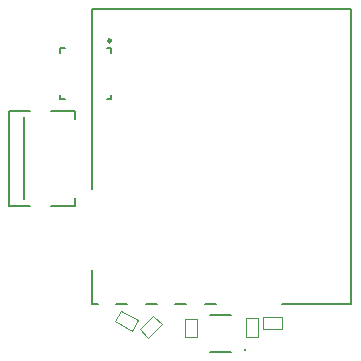
<source format=gto>
G04*
G04 #@! TF.GenerationSoftware,Altium Limited,Altium Designer,18.1.1 (9)*
G04*
G04 Layer_Color=65535*
%FSLAX44Y44*%
%MOMM*%
G71*
G01*
G75*
%ADD10C,0.2500*%
%ADD11C,0.0800*%
%ADD12C,0.1200*%
%ADD13C,0.1500*%
%ADD14C,0.2000*%
D10*
X73850Y265900D02*
G03*
X73850Y265900I-1250J0D01*
G01*
D11*
X188600Y4000D02*
G03*
X188600Y4000I-1000J0D01*
G01*
D12*
X77672Y28470D02*
X82672Y37130D01*
X77672Y28470D02*
X91528Y20470D01*
X96528Y29130D01*
X82672Y37130D02*
X96528Y29130D01*
X98508Y21579D02*
X105579Y14508D01*
X116892Y25821D01*
X109821Y32892D02*
X116892Y25821D01*
X98508Y21579D02*
X109821Y32892D01*
X188600Y15000D02*
X198600D01*
Y31000D01*
X188600D02*
X198600D01*
X188600Y15000D02*
Y31000D01*
X136400Y14700D02*
X146400D01*
Y30700D01*
X136400D02*
X146400D01*
X136400Y14700D02*
Y30700D01*
X219100Y22000D02*
Y32000D01*
X203100D02*
X219100D01*
X203100Y22000D02*
Y32000D01*
Y22000D02*
X219100D01*
D13*
X57600Y42600D02*
Y71600D01*
Y140600D02*
Y292600D01*
X277600Y42600D02*
Y292600D01*
X57600D02*
X277600D01*
X218600Y42600D02*
X277600D01*
X57600D02*
X62600D01*
X78600D02*
X87600D01*
X103600D02*
X112600D01*
X128600D02*
X137600D01*
X153600D02*
X162600D01*
X158100Y33300D02*
X175600D01*
X158100Y2800D02*
X175600D01*
X43350Y200010D02*
Y206810D01*
Y126310D02*
Y133010D01*
X-11950Y126310D02*
X5450D01*
X22950D02*
X43350D01*
X-11950Y206810D02*
X5450D01*
X22950D02*
X43350D01*
X-11950Y126310D02*
Y206810D01*
X-50Y131510D02*
Y201510D01*
D14*
X70350Y259400D02*
X74100D01*
Y255650D02*
Y259400D01*
Y216400D02*
Y220150D01*
X70350Y216400D02*
X74100D01*
X31100D02*
X34850D01*
X31100D02*
Y220150D01*
Y259400D02*
X34850D01*
X31100Y255650D02*
Y259400D01*
M02*

</source>
